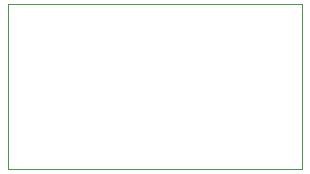
<source format=gbr>
G04 #@! TF.GenerationSoftware,KiCad,Pcbnew,5.1.5-52549c5~86~ubuntu18.04.1*
G04 #@! TF.CreationDate,2020-04-19T21:09:33+03:00*
G04 #@! TF.ProjectId,buzzer,62757a7a-6572-42e6-9b69-6361645f7063,rev?*
G04 #@! TF.SameCoordinates,Original*
G04 #@! TF.FileFunction,Profile,NP*
%FSLAX46Y46*%
G04 Gerber Fmt 4.6, Leading zero omitted, Abs format (unit mm)*
G04 Created by KiCad (PCBNEW 5.1.5-52549c5~86~ubuntu18.04.1) date 2020-04-19 21:09:33*
%MOMM*%
%LPD*%
G04 APERTURE LIST*
%ADD10C,0.100000*%
G04 APERTURE END LIST*
D10*
X151892000Y-82042000D02*
X151892000Y-96012000D01*
X127000000Y-82042000D02*
X151892000Y-82042000D01*
X127000000Y-96012000D02*
X127000000Y-82042000D01*
X151892000Y-96012000D02*
X127000000Y-96012000D01*
M02*

</source>
